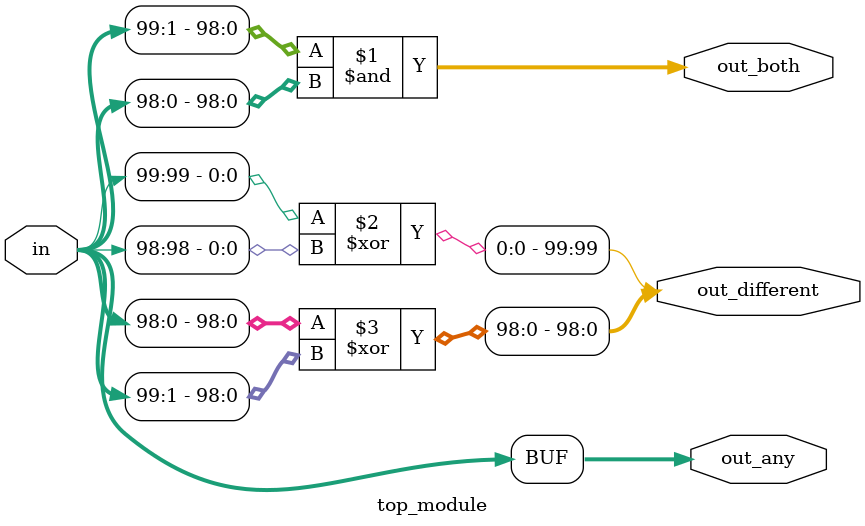
<source format=sv>
module top_module (
    input [99:0] in,
    output [98:0] out_both,
    output [99:0] out_any,
    output [99:0] out_different
);

    // Perform bitwise AND operation to generate out_both
    assign out_both = in[99:1] & in[98:0];

    // Perform bitwise OR operation to generate out_any
    assign out_any = in;

    // Perform bitwise XOR operation to generate out_different
    assign out_different[99] = in[99] ^ in[98];
    assign out_different[98:0] = in[98:0] ^ in[99:1];

endmodule

</source>
